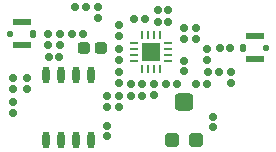
<source format=gtp>
G04*
G04 #@! TF.GenerationSoftware,Altium Limited,Altium Designer,22.2.1 (43)*
G04*
G04 Layer_Color=8421504*
%FSLAX24Y24*%
%MOIN*%
G70*
G04*
G04 #@! TF.SameCoordinates,385840A5-E032-4D16-B727-23F4FCC5E7AD*
G04*
G04*
G04 #@! TF.FilePolarity,Positive*
G04*
G01*
G75*
G04:AMPARAMS|DCode=14|XSize=22.8mil|YSize=62.2mil|CornerRadius=5.7mil|HoleSize=0mil|Usage=FLASHONLY|Rotation=270.000|XOffset=0mil|YOffset=0mil|HoleType=Round|Shape=RoundedRectangle|*
%AMROUNDEDRECTD14*
21,1,0.0228,0.0508,0,0,270.0*
21,1,0.0114,0.0622,0,0,270.0*
1,1,0.0114,-0.0254,-0.0057*
1,1,0.0114,-0.0254,0.0057*
1,1,0.0114,0.0254,0.0057*
1,1,0.0114,0.0254,-0.0057*
%
%ADD14ROUNDEDRECTD14*%
G04:AMPARAMS|DCode=15|XSize=23.6mil|YSize=21.7mil|CornerRadius=5.4mil|HoleSize=0mil|Usage=FLASHONLY|Rotation=90.000|XOffset=0mil|YOffset=0mil|HoleType=Round|Shape=RoundedRectangle|*
%AMROUNDEDRECTD15*
21,1,0.0236,0.0108,0,0,90.0*
21,1,0.0128,0.0217,0,0,90.0*
1,1,0.0108,0.0054,0.0064*
1,1,0.0108,0.0054,-0.0064*
1,1,0.0108,-0.0054,-0.0064*
1,1,0.0108,-0.0054,0.0064*
%
%ADD15ROUNDEDRECTD15*%
G04:AMPARAMS|DCode=16|XSize=19.7mil|YSize=19.7mil|CornerRadius=4.9mil|HoleSize=0mil|Usage=FLASHONLY|Rotation=90.000|XOffset=0mil|YOffset=0mil|HoleType=Round|Shape=RoundedRectangle|*
%AMROUNDEDRECTD16*
21,1,0.0197,0.0098,0,0,90.0*
21,1,0.0098,0.0197,0,0,90.0*
1,1,0.0098,0.0049,0.0049*
1,1,0.0098,0.0049,-0.0049*
1,1,0.0098,-0.0049,-0.0049*
1,1,0.0098,-0.0049,0.0049*
%
%ADD16ROUNDEDRECTD16*%
G04:AMPARAMS|DCode=17|XSize=25.2mil|YSize=25.2mil|CornerRadius=6.3mil|HoleSize=0mil|Usage=FLASHONLY|Rotation=0.000|XOffset=0mil|YOffset=0mil|HoleType=Round|Shape=RoundedRectangle|*
%AMROUNDEDRECTD17*
21,1,0.0252,0.0126,0,0,0.0*
21,1,0.0126,0.0252,0,0,0.0*
1,1,0.0126,0.0063,-0.0063*
1,1,0.0126,-0.0063,-0.0063*
1,1,0.0126,-0.0063,0.0063*
1,1,0.0126,0.0063,0.0063*
%
%ADD17ROUNDEDRECTD17*%
%ADD18O,0.0236X0.0571*%
%ADD19O,0.0098X0.0315*%
%ADD20O,0.0315X0.0098*%
G04:AMPARAMS|DCode=21|XSize=23.6mil|YSize=23.6mil|CornerRadius=5.9mil|HoleSize=0mil|Usage=FLASHONLY|Rotation=90.000|XOffset=0mil|YOffset=0mil|HoleType=Round|Shape=RoundedRectangle|*
%AMROUNDEDRECTD21*
21,1,0.0236,0.0118,0,0,90.0*
21,1,0.0118,0.0236,0,0,90.0*
1,1,0.0118,0.0059,0.0059*
1,1,0.0118,0.0059,-0.0059*
1,1,0.0118,-0.0059,-0.0059*
1,1,0.0118,-0.0059,0.0059*
%
%ADD21ROUNDEDRECTD21*%
G04:AMPARAMS|DCode=22|XSize=25.2mil|YSize=25.2mil|CornerRadius=6.3mil|HoleSize=0mil|Usage=FLASHONLY|Rotation=90.000|XOffset=0mil|YOffset=0mil|HoleType=Round|Shape=RoundedRectangle|*
%AMROUNDEDRECTD22*
21,1,0.0252,0.0126,0,0,90.0*
21,1,0.0126,0.0252,0,0,90.0*
1,1,0.0126,0.0063,0.0063*
1,1,0.0126,0.0063,-0.0063*
1,1,0.0126,-0.0063,-0.0063*
1,1,0.0126,-0.0063,0.0063*
%
%ADD22ROUNDEDRECTD22*%
G04:AMPARAMS|DCode=23|XSize=23.6mil|YSize=23.6mil|CornerRadius=5.9mil|HoleSize=0mil|Usage=FLASHONLY|Rotation=0.000|XOffset=0mil|YOffset=0mil|HoleType=Round|Shape=RoundedRectangle|*
%AMROUNDEDRECTD23*
21,1,0.0236,0.0118,0,0,0.0*
21,1,0.0118,0.0236,0,0,0.0*
1,1,0.0118,0.0059,-0.0059*
1,1,0.0118,-0.0059,-0.0059*
1,1,0.0118,-0.0059,0.0059*
1,1,0.0118,0.0059,0.0059*
%
%ADD23ROUNDEDRECTD23*%
G04:AMPARAMS|DCode=24|XSize=58.3mil|YSize=58.3mil|CornerRadius=0mil|HoleSize=0mil|Usage=FLASHONLY|Rotation=0.000|XOffset=0mil|YOffset=0mil|HoleType=Round|Shape=RoundedRectangle|*
%AMROUNDEDRECTD24*
21,1,0.0583,0.0583,0,0,0.0*
21,1,0.0583,0.0583,0,0,0.0*
1,1,0.0000,0.0291,-0.0291*
1,1,0.0000,-0.0291,-0.0291*
1,1,0.0000,-0.0291,0.0291*
1,1,0.0000,0.0291,0.0291*
%
%ADD24ROUNDEDRECTD24*%
G04:AMPARAMS|DCode=25|XSize=47.2mil|YSize=47.2mil|CornerRadius=11.8mil|HoleSize=0mil|Usage=FLASHONLY|Rotation=0.000|XOffset=0mil|YOffset=0mil|HoleType=Round|Shape=RoundedRectangle|*
%AMROUNDEDRECTD25*
21,1,0.0472,0.0236,0,0,0.0*
21,1,0.0236,0.0472,0,0,0.0*
1,1,0.0236,0.0118,-0.0118*
1,1,0.0236,-0.0118,-0.0118*
1,1,0.0236,-0.0118,0.0118*
1,1,0.0236,0.0118,0.0118*
%
%ADD25ROUNDEDRECTD25*%
G04:AMPARAMS|DCode=26|XSize=63mil|YSize=59.1mil|CornerRadius=14.8mil|HoleSize=0mil|Usage=FLASHONLY|Rotation=0.000|XOffset=0mil|YOffset=0mil|HoleType=Round|Shape=RoundedRectangle|*
%AMROUNDEDRECTD26*
21,1,0.0630,0.0295,0,0,0.0*
21,1,0.0335,0.0591,0,0,0.0*
1,1,0.0295,0.0167,-0.0148*
1,1,0.0295,-0.0167,-0.0148*
1,1,0.0295,-0.0167,0.0148*
1,1,0.0295,0.0167,0.0148*
%
%ADD26ROUNDEDRECTD26*%
G04:AMPARAMS|DCode=27|XSize=37.4mil|YSize=41.3mil|CornerRadius=9.4mil|HoleSize=0mil|Usage=FLASHONLY|Rotation=270.000|XOffset=0mil|YOffset=0mil|HoleType=Round|Shape=RoundedRectangle|*
%AMROUNDEDRECTD27*
21,1,0.0374,0.0226,0,0,270.0*
21,1,0.0187,0.0413,0,0,270.0*
1,1,0.0187,-0.0113,-0.0094*
1,1,0.0187,-0.0113,0.0094*
1,1,0.0187,0.0113,0.0094*
1,1,0.0187,0.0113,-0.0094*
%
%ADD27ROUNDEDRECTD27*%
D14*
X699Y3657D02*
D03*
Y4413D02*
D03*
X8465Y3941D02*
D03*
Y3185D02*
D03*
D15*
X1083Y4035D02*
D03*
X8081Y3563D02*
D03*
D16*
X305Y4035D02*
D03*
X8858Y3563D02*
D03*
D17*
X3543Y606D02*
D03*
Y969D02*
D03*
X3937Y3953D02*
D03*
X6496Y3854D02*
D03*
X6102D02*
D03*
X3248Y4906D02*
D03*
X6102Y3134D02*
D03*
X886Y2181D02*
D03*
X394Y2181D02*
D03*
X3937Y2740D02*
D03*
X7677Y2378D02*
D03*
X394Y2543D02*
D03*
X886Y2543D02*
D03*
X6102Y2772D02*
D03*
X3937Y4315D02*
D03*
X6496Y4217D02*
D03*
X6102D02*
D03*
X3248Y4543D02*
D03*
X7677Y2740D02*
D03*
X3937Y2378D02*
D03*
X3543Y1953D02*
D03*
Y1591D02*
D03*
D18*
X2514Y502D02*
D03*
X1514Y2648D02*
D03*
Y502D02*
D03*
X2014D02*
D03*
X3014D02*
D03*
X2014Y2648D02*
D03*
X2514D02*
D03*
X3014D02*
D03*
D19*
X4921Y3996D02*
D03*
Y2854D02*
D03*
X5315D02*
D03*
X4724D02*
D03*
X5118D02*
D03*
X5315Y3996D02*
D03*
X5118D02*
D03*
X4724D02*
D03*
D20*
X5591Y3720D02*
D03*
X4449D02*
D03*
X5591Y3327D02*
D03*
X4449Y3524D02*
D03*
Y3327D02*
D03*
Y3130D02*
D03*
X5591D02*
D03*
Y3524D02*
D03*
D21*
X2835Y4921D02*
D03*
X5591Y4823D02*
D03*
Y4429D02*
D03*
X1594Y3248D02*
D03*
X2480Y4921D02*
D03*
X6870Y2362D02*
D03*
X6516D02*
D03*
X6909Y2756D02*
D03*
X7264D02*
D03*
X7657Y3563D02*
D03*
X7303D02*
D03*
X5236Y4823D02*
D03*
Y4429D02*
D03*
X2736Y4035D02*
D03*
X2382D02*
D03*
X1949Y3248D02*
D03*
D22*
X4807Y4528D02*
D03*
X5512Y2362D02*
D03*
X4709D02*
D03*
X4709Y1969D02*
D03*
X4346Y2362D02*
D03*
X5874D02*
D03*
X4346Y1969D02*
D03*
X4445Y4528D02*
D03*
D23*
X5118Y1988D02*
D03*
X394Y1752D02*
D03*
X7087Y906D02*
D03*
X1575Y3661D02*
D03*
X394Y1398D02*
D03*
X7087Y1260D02*
D03*
X6890Y3524D02*
D03*
Y3169D02*
D03*
X5118Y2343D02*
D03*
X3937Y1594D02*
D03*
Y1949D02*
D03*
Y3524D02*
D03*
Y3169D02*
D03*
X1575Y4016D02*
D03*
X1969D02*
D03*
Y3661D02*
D03*
D24*
X5020Y3425D02*
D03*
D25*
X6496Y472D02*
D03*
X5709D02*
D03*
D26*
X6102Y1752D02*
D03*
D27*
X2766Y3543D02*
D03*
X3337D02*
D03*
M02*

</source>
